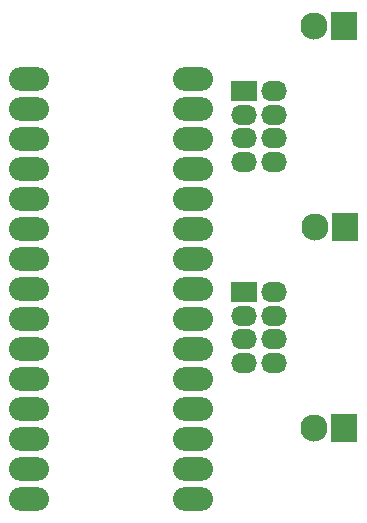
<source format=gts>
G04 #@! TF.FileFunction,Soldermask,Top*
%FSLAX46Y46*%
G04 Gerber Fmt 4.6, Leading zero omitted, Abs format (unit mm)*
G04 Created by KiCad (PCBNEW (2016-01-25 BZR 6514, Git a23e712)-product) date Tue 24 May 2016 06:15:30 PM CST*
%MOMM*%
G01*
G04 APERTURE LIST*
%ADD10C,0.100000*%
%ADD11O,3.400000X2.000000*%
%ADD12R,2.300000X2.400000*%
%ADD13C,2.300000*%
%ADD14R,2.200000X1.700000*%
%ADD15O,2.200000X1.700000*%
G04 APERTURE END LIST*
D10*
D11*
X7780000Y42810000D03*
X7780000Y40270000D03*
X7780000Y37730000D03*
X7780000Y35190000D03*
X7780000Y32650000D03*
X7780000Y30110000D03*
X7780000Y27570000D03*
X7780000Y25030000D03*
X7780000Y22490000D03*
X7780000Y19950000D03*
X7780000Y17410000D03*
X7780000Y14870000D03*
X7780000Y12330000D03*
X7780000Y9790000D03*
X7780000Y7250000D03*
X21720000Y7250000D03*
X21720000Y9790000D03*
X21720000Y12330000D03*
X21720000Y14870000D03*
X21720000Y17410000D03*
X21720000Y19950000D03*
X21720000Y22490000D03*
X21720000Y25030000D03*
X21720000Y27570000D03*
X21720000Y30110000D03*
X21720000Y32650000D03*
X21720000Y35190000D03*
X21720000Y37730000D03*
X21720000Y40270000D03*
X21720000Y42810000D03*
D12*
X34500000Y47250000D03*
D13*
X31960000Y47250000D03*
D12*
X34540000Y30250000D03*
D13*
X32000000Y30250000D03*
D12*
X34500000Y13250000D03*
D13*
X31960000Y13250000D03*
D14*
X26000000Y41750000D03*
D15*
X28500000Y41750000D03*
X26000000Y39750000D03*
X28500000Y39750000D03*
X26000000Y37750000D03*
X28500000Y37750000D03*
X26000000Y35750000D03*
X28500000Y35750000D03*
D14*
X26000000Y24750000D03*
D15*
X28500000Y24750000D03*
X26000000Y22750000D03*
X28500000Y22750000D03*
X26000000Y20750000D03*
X28500000Y20750000D03*
X26000000Y18750000D03*
X28500000Y18750000D03*
M02*

</source>
